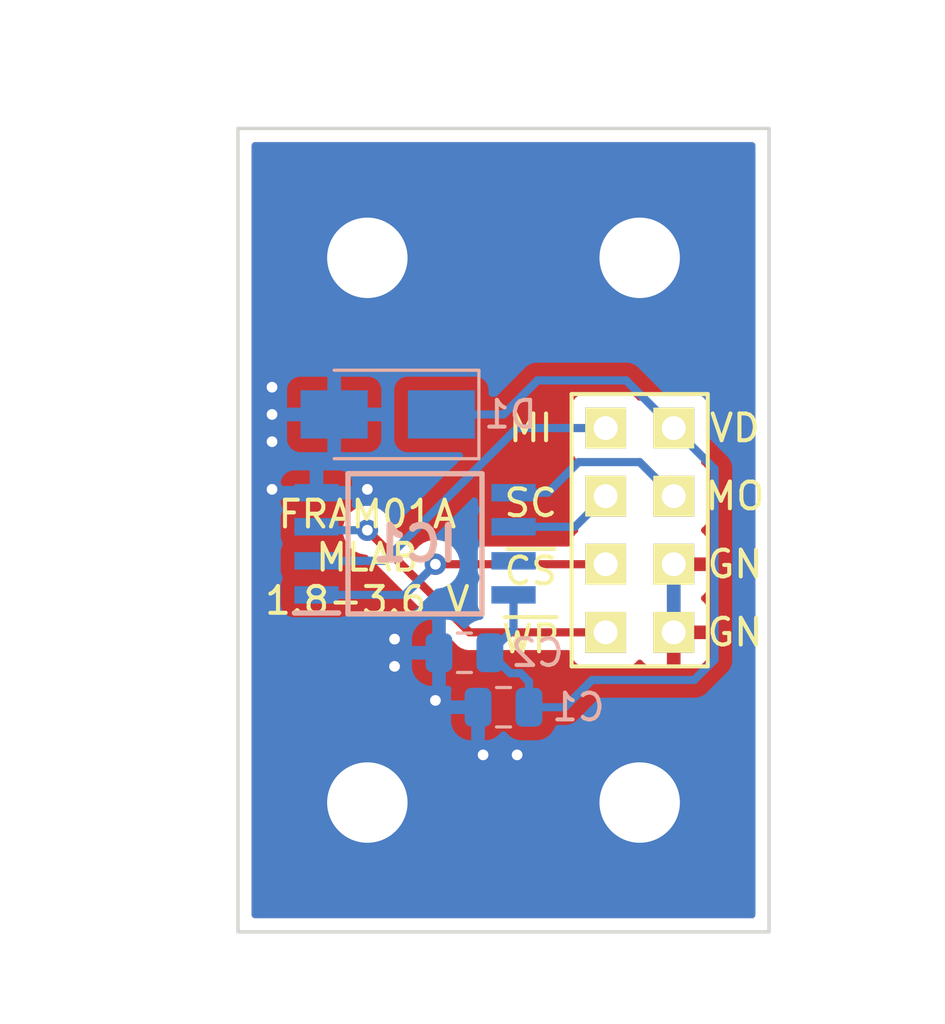
<source format=kicad_pcb>
(kicad_pcb (version 20211014) (generator pcbnew)
  (layers (0 "F.Cu" signal) (31 "B.Cu" signal) (34 "B.Paste" user) (35 "F.Paste" user) (36 "B.SilkS" user "B.Silkscreen") (37 "F.SilkS" user "F.Silkscreen") (38 "B.Mask" user) (39 "F.Mask" user) (44 "Edge.Cuts" user))
  (net 0 "")
  (net 1 "GND")
  (net 2 "~{CS}")
  (net 3 "MISO")
  (net 4 "~{WP}")
  (net 5 "MOSI")
  (net 6 "SCK")
  (net 8 "+3.3V")
  (footprint "Mlab_Mechanical:MountingHole_3mm" (layer "F.Cu") (at 147.32 96.52)
    (fp_text reference "M4" hide)
    (fp_text value "HOLE" hide)
    (pad "1" thru_hole circle (at 0 0) (size 6 6) (drill 3) (layers *.Cu *.Mask) (net 1 "GND") (clearance 1))
  )
  (footprint "Mlab_Mechanical:MountingHole_3mm" (layer "F.Cu") (at 137.16 76.2)
    (fp_text reference "M1" hide)
    (fp_text value "HOLE M3" hide)
    (pad "1" thru_hole circle (at 0 0) (size 6 6) (drill 3) (layers *.Cu *.Mask) (net 1 "GND") (clearance 1))
  )
  (footprint "Mlab_Mechanical:MountingHole_3mm" (layer "F.Cu") (at 147.32 76.2)
    (fp_text reference "M3" hide)
    (fp_text value "HOLE" hide)
    (pad "1" thru_hole circle (at 0 0) (size 6 6) (drill 3) (layers *.Cu *.Mask) (net 1 "GND") (clearance 1))
  )
  (footprint "Mlab_Pin_Headers:Straight_2x04" (layer "F.Cu") (at 147.32 86.36)
    (fp_text reference "J2" hide)
    (fp_text value "HEADER_2x04" hide)
    (fp_line (start 2.54 5.08) (end -2.54 5.08) (layer "F.SilkS") (width 0.15))
    (fp_line (start -2.54 5.08) (end -2.54 -5.08) (layer "F.SilkS") (width 0.15))
    (fp_line (start 2.54 -5.08) (end 2.54 5.08) (layer "F.SilkS") (width 0.15))
    (fp_line (start -2.54 -5.08) (end 2.54 -5.08) (layer "F.SilkS") (width 0.15))
    (pad "1" thru_hole rect (at -1.27 -3.81) (size 1.524 1.524) (drill 0.889) (layers *.Cu *.Mask "F.SilkS") (net 3 "MISO"))
    (pad "2" thru_hole rect (at 1.27 -3.81) (size 1.524 1.524) (drill 0.889) (layers *.Cu *.Mask "F.SilkS") (net 8 "+3.3V"))
    (pad "3" thru_hole rect (at -1.27 -1.27) (size 1.524 1.524) (drill 0.889) (layers *.Cu *.Mask "F.SilkS") (net 6 "SCK"))
    (pad "4" thru_hole rect (at 1.27 -1.27) (size 1.524 1.524) (drill 0.889) (layers *.Cu *.Mask "F.SilkS") (net 5 "MOSI"))
    (pad "5" thru_hole rect (at -1.27 1.27) (size 1.524 1.524) (drill 0.889) (layers *.Cu *.Mask "F.SilkS") (net 2 "~{CS}"))
    (pad "6" thru_hole rect (at 1.27 1.27) (size 1.524 1.524) (drill 0.889) (layers *.Cu *.Mask "F.SilkS") (net 1 "GND"))
    (pad "7" thru_hole rect (at -1.27 3.81) (size 1.524 1.524) (drill 0.889) (layers *.Cu *.Mask "F.SilkS") (net 4 "~{WP}"))
    (pad "8" thru_hole rect (at 1.27 3.81) (size 1.524 1.524) (drill 0.889) (layers *.Cu *.Mask "F.SilkS") (net 1 "GND"))
  )
  (footprint "Mlab_Mechanical:MountingHole_3mm" (layer "F.Cu") (at 137.16 96.52)
    (fp_text reference "M2" hide)
    (fp_text value "HOLE M3" hide)
    (pad "1" thru_hole circle (at 0 0) (size 6 6) (drill 3) (layers *.Cu *.Mask) (net 1 "GND") (clearance 1))
  )
  (footprint "KiCad:SOIC127P800X203-8N" (layer "B.Cu") (at 138.938 86.868)
    (fp_text reference "IC1" (at 0 0) (layer "B.SilkS") (effects (font (size 1.27 1.27) (thickness 0.254)) (justify mirror)))
    (fp_text value "CY15B108QN-40SXI" hide)
    (fp_line (start 2.5 -2.615) (end -2.5 -2.615) (layer "B.SilkS") (width 0.2))
    (fp_line (start 2.5 2.615) (end 2.5 -2.615) (layer "B.SilkS") (width 0.2))
    (fp_line (start -4.5 2.58) (end -2.85 2.58) (layer "B.SilkS") (width 0.2))
    (fp_line (start -2.5 -2.615) (end -2.5 2.615) (layer "B.SilkS") (width 0.2))
    (fp_line (start -2.5 2.615) (end 2.5 2.615) (layer "B.SilkS") (width 0.2))
    (pad "1" smd rect locked (at -3.675 1.905 270) (size 0.65 1.65) (layers "B.Cu" "B.Paste" "B.Mask") (net 2 "~{CS}"))
    (pad "2" smd rect locked (at -3.675 0.635 270) (size 0.65 1.65) (layers "B.Cu" "B.Paste" "B.Mask") (net 3 "MISO"))
    (pad "3" smd rect locked (at -3.675 -0.635 270) (size 0.65 1.65) (layers "B.Cu" "B.Paste" "B.Mask") (net 4 "~{WP}"))
    (pad "4" smd rect locked (at -3.675 -1.905 270) (size 0.65 1.65) (layers "B.Cu" "B.Paste" "B.Mask") (net 1 "GND"))
    (pad "5" smd rect locked (at 3.675 -1.905 270) (size 0.65 1.65) (layers "B.Cu" "B.Paste" "B.Mask") (net 5 "MOSI"))
    (pad "6" smd rect locked (at 3.675 -0.635 270) (size 0.65 1.65) (layers "B.Cu" "B.Paste" "B.Mask") (net 6 "SCK"))
    (pad "7" smd rect locked (at 3.675 0.635 270) (size 0.65 1.65) (layers "B.Cu" "B.Paste" "B.Mask"))
    (pad "8" smd rect locked (at 3.675 1.905 270) (size 0.65 1.65) (layers "B.Cu" "B.Paste" "B.Mask") (net 8 "+3.3V"))
  )
  (footprint "Diode_SMD:D_SMA" (layer "B.Cu") (at 137.922 82.042 180)
    (fp_text reference "D1" (at -4.572 0) (layer "B.SilkS") (effects (justify mirror)))
    (fp_text value "BZV55C-5,6V")
    (fp_line (start -3.4 1.65) (end 2 1.65) (layer "B.SilkS") (width 0.12))
    (fp_line (start -3.4 -1.65) (end 2 -1.65) (layer "B.SilkS") (width 0.12))
    (fp_line (start -3.4 1.65) (end -3.4 -1.65) (layer "B.SilkS") (width 0.12))
    (pad "1" smd rect (at -2 0 180) (size 2.5 1.8) (layers "B.Cu" "B.Paste" "B.Mask") (net 8 "+3.3V"))
    (pad "2" smd rect (at 2 0 180) (size 2.5 1.8) (layers "B.Cu" "B.Paste" "B.Mask") (net 1 "GND"))
  )
  (footprint "Capacitor_SMD:C_0805_2012Metric" (layer "B.Cu") (at 142.24 92.964 180)
    (fp_text reference "C1" (at -2.794 0) (layer "B.SilkS") (effects (justify mirror)))
    (fp_text value "10uF")
    (fp_line (start -0.261252 0.735) (end 0.261252 0.735) (layer "B.SilkS") (width 0.12))
    (fp_line (start -0.261252 -0.735) (end 0.261252 -0.735) (layer "B.SilkS") (width 0.12))
    (pad "1" smd roundrect (at -0.95 0 180) (size 1 1.45) (layers "B.Cu" "B.Paste" "B.Mask") (net 8 "+3.3V"))
    (pad "2" smd roundrect (at 0.95 0 180) (size 1 1.45) (layers "B.Cu" "B.Paste" "B.Mask") (net 1 "GND"))
  )
  (footprint "Capacitor_SMD:C_0805_2012Metric" (layer "B.Cu") (at 140.782 90.932 180)
    (fp_text reference "C2" (at -2.728 0) (layer "B.SilkS") (effects (justify mirror)))
    (fp_text value "100nF")
    (fp_line (start -0.261252 -0.735) (end 0.261252 -0.735) (layer "B.SilkS") (width 0.12))
    (fp_line (start -0.261252 0.735) (end 0.261252 0.735) (layer "B.SilkS") (width 0.12))
    (pad "1" smd roundrect (at -0.95 0 180) (size 1 1.45) (layers "B.Cu" "B.Paste" "B.Mask") (net 8 "+3.3V"))
    (pad "2" smd roundrect (at 0.95 0 180) (size 1 1.45) (layers "B.Cu" "B.Paste" "B.Mask") (net 1 "GND"))
  )
  (gr_line (start 152.146 101.346) (end 132.334 101.346) (layer "Edge.Cuts") (width 0.127))
  (gr_line (start 132.334 71.374) (end 132.334 101.346) (layer "Edge.Cuts") (width 0.127))
  (gr_line (start 152.146 71.374) (end 152.146 101.346) (layer "Edge.Cuts") (width 0.127))
  (gr_line (start 132.334 71.374) (end 152.146 71.374) (layer "Edge.Cuts") (width 0.127))
  (gr_text "VD" (at 150.876 82.55) (layer "F.SilkS") (effects (font (size 1 1))))
  (gr_text "GN" (at 150.876 87.63) (layer "F.SilkS") (effects (font (size 1 1))))
  (gr_text "MI" (at 143.256 82.55) (layer "F.SilkS") (effects (font (size 1 1))))
  (gr_text "FRAM01A\nMLAB\n1.8-3.6 V" (at 137.16 87.376) (layer "F.SilkS") (effects (font (size 1 1))))
  (gr_text "~{WP}" (at 143.256 90.424) (layer "F.SilkS") (effects (font (size 1 1))))
  (gr_text "~{CS}" (at 143.256 87.884) (layer "F.SilkS") (effects (font (size 1 1))))
  (gr_text "GN" (at 150.876 90.17) (layer "F.SilkS") (effects (font (size 1 1))))
  (gr_text "MO" (at 150.876 85.09) (layer "F.SilkS") (effects (font (size 1 1))))
  (gr_text "SC" (at 143.256 85.344) (layer "F.SilkS") (effects (font (size 1 1))))
  (via (at 138.176 91.44) (size 0.8) (drill 0.4) (layers "F.Cu" "B.Cu") (net 1))
  (via (at 133.604 84.836) (size 0.8) (drill 0.4) (layers "F.Cu" "B.Cu") (net 1))
  (via (at 141.478 94.742) (size 0.8) (drill 0.4) (layers "F.Cu" "B.Cu") (net 1))
  (via (at 142.748 94.742) (size 0.8) (drill 0.4) (layers "F.Cu" "B.Cu") (net 1))
  (via (at 133.604 81.026) (size 0.8) (drill 0.4) (layers "F.Cu" "B.Cu") (net 1))
  (via (at 138.176 90.424) (size 0.8) (drill 0.4) (layers "F.Cu" "B.Cu") (net 1))
  (via (at 133.604 83.058) (size 0.8) (drill 0.4) (layers "F.Cu" "B.Cu") (net 1))
  (via (at 137.16 84.836) (size 0.8) (drill 0.4) (layers "F.Cu" "B.Cu") (net 1))
  (via (at 133.604 82.042) (size 0.8) (drill 0.4) (layers "F.Cu" "B.Cu") (net 1))
  (via (at 139.7 92.71) (size 0.8) (drill 0.4) (layers "F.Cu" "B.Cu") (net 1))
  (segment (start 146.05 87.63) (end 139.7 87.63) (width 0.3048) (layer "F.Cu") (net 2))
  (via (at 139.7 87.63) (size 0.8) (drill 0.4) (layers "F.Cu" "B.Cu") (net 2))
  (segment (start 139.7 87.63) (end 138.557 88.773) (width 0.3048) (layer "B.Cu") (net 2))
  (segment (start 138.557 88.773) (end 135.263 88.773) (width 0.3048) (layer "B.Cu") (net 2))
  (segment (start 137.795 87.503) (end 142.748 82.55) (width 0.3048) (layer "B.Cu") (net 3))
  (segment (start 142.748 82.55) (end 146.05 82.55) (width 0.3048) (layer "B.Cu") (net 3))
  (segment (start 135.263 87.503) (end 137.795 87.503) (width 0.3048) (layer "B.Cu") (net 3))
  (segment (start 146.05 90.17) (end 140.97 90.17) (width 0.3048) (layer "F.Cu") (net 4))
  (segment (start 140.97 90.17) (end 137.16 86.36) (width 0.3048) (layer "F.Cu") (net 4))
  (via (at 137.16 86.36) (size 0.8) (drill 0.4) (layers "F.Cu" "B.Cu") (net 4))
  (segment (start 137.16 86.36) (end 135.39 86.36) (width 0.3048) (layer "B.Cu") (net 4))
  (segment (start 135.39 86.36) (end 135.263 86.233) (width 0.25) (layer "B.Cu") (net 4))
  (segment (start 147.32 83.82) (end 148.59 85.09) (width 0.3048) (layer "B.Cu") (net 5))
  (segment (start 145.034 83.82) (end 147.32 83.82) (width 0.3048) (layer "B.Cu") (net 5))
  (segment (start 142.613 84.963) (end 143.891 84.963) (width 0.3048) (layer "B.Cu") (net 5))
  (segment (start 143.891 84.963) (end 145.034 83.82) (width 0.3048) (layer "B.Cu") (net 5))
  (segment (start 144.907 86.233) (end 142.613 86.233) (width 0.3048) (layer "B.Cu") (net 6))
  (segment (start 146.05 85.09) (end 144.907 86.233) (width 0.3048) (layer "B.Cu") (net 6))
  (segment (start 142.494 91.694) (end 142.875 91.694) (width 0.3048) (layer "B.Cu") (net 8))
  (segment (start 149.352 91.948) (end 145.542 91.948) (width 0.3048) (layer "B.Cu") (net 8))
  (segment (start 150.114 84.074) (end 150.114 91.186) (width 0.3048) (layer "B.Cu") (net 8))
  (segment (start 145.542 91.948) (end 144.526 92.964) (width 0.3048) (layer "B.Cu") (net 8))
  (segment (start 142.24 82.042) (end 139.922 82.042) (width 0.3048) (layer "B.Cu") (net 8))
  (segment (start 143.19 92.009) (end 143.19 92.964) (width 0.3048) (layer "B.Cu") (net 8))
  (segment (start 141.732 90.932) (end 142.613 90.051) (width 0.3048) (layer "B.Cu") (net 8))
  (segment (start 142.6845 88.8445) (end 142.613 88.773) (width 0.25) (layer "B.Cu") (net 8))
  (segment (start 143.51 80.772) (end 142.24 82.042) (width 0.3048) (layer "B.Cu") (net 8))
  (segment (start 150.114 91.186) (end 149.352 91.948) (width 0.3048) (layer "B.Cu") (net 8))
  (segment (start 148.59 82.55) (end 146.812 80.772) (width 0.3048) (layer "B.Cu") (net 8))
  (segment (start 141.732 90.932) (end 142.494 91.694) (width 0.3048) (layer "B.Cu") (net 8))
  (segment (start 144.526 92.964) (end 143.19 92.964) (width 0.3048) (layer "B.Cu") (net 8))
  (segment (start 148.59 82.55) (end 150.114 84.074) (width 0.3048) (layer "B.Cu") (net 8))
  (segment (start 146.812 80.772) (end 143.51 80.772) (width 0.3048) (layer "B.Cu") (net 8))
  (segment (start 142.613 90.051) (end 142.613 88.773) (width 0.3048) (layer "B.Cu") (net 8))
  (segment (start 142.875 91.694) (end 143.19 92.009) (width 0.3048) (layer "B.Cu") (net 8))
  (zone (net 1) (net_name "GND") (layers F&B.Cu) (connect_pads (clearance 0.508)) (min_thickness 0.254) (fill yes (thermal_gap 0.508) (thermal_bridge_width 0.508))
    (polygon (pts (xy 152.146 101.346) (xy 132.334 101.346) (xy 132.334 71.374) (xy 152.146 71.374)))
  )
)
</source>
